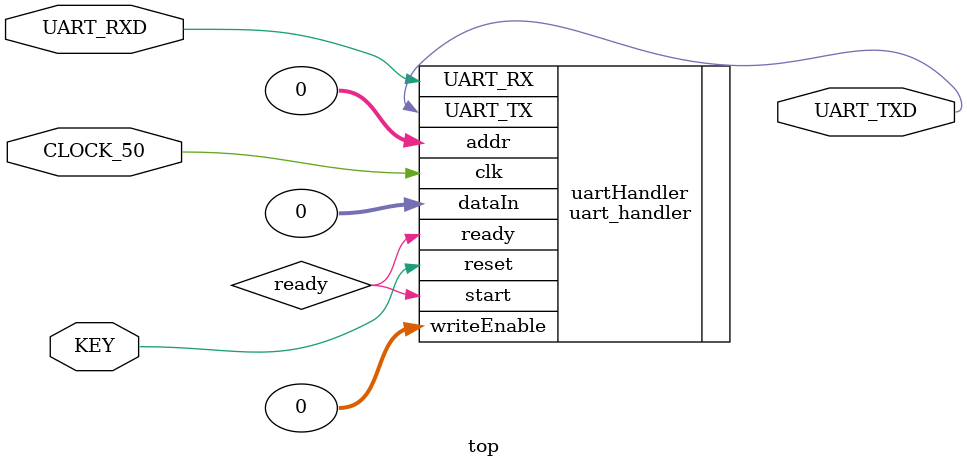
<source format=v>

/*
 * CLOCK_50 = clk
 * KEY[0] = reset
 */



module top(UART_RXD, UART_TXD, CLOCK_50, KEY);

// Declaration of inputs and outputs
input UART_RXD, CLOCK_50;
input [0:0] KEY;
output UART_TXD;

parameter RAM_SIZE = 28;
parameter ADDR_BITS = 5;

wire ready;


uart_handler # (RAM_SIZE, ADDR_BITS) uartHandler(.clk(CLOCK_50),
   .reset(KEY[0]),

   // RS232 Signals
   .UART_TX(UART_TXD),
   .UART_RX(UART_RXD),

   // Interfacing Signals
   .addr(0),
   .writeEnable(0),
   .dataIn(0),
	


   // Start and Ready Signals
   .start(ready), 
	.ready(ready));





endmodule
</source>
